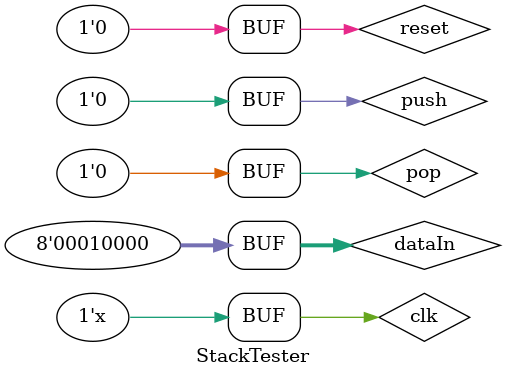
<source format=v>
`timescale 1ns / 1ps


module StackTester();
        reg clk = 0,push=0,pop=0;
        reg [7:0] dataIn;
        reg reset = 0;
        wire [7:0] dataOut, stackSize;
        
        Stack s (dataOut, stackSize, dataIn, push, pop, reset, clk);
        always #10 clk = ~clk;
        initial
        begin
            #0 dataIn = 8'h12;
               push = 1;
            #20 push = 0;
            
            #20 dataIn = 8'h23;
               push = 1;
            #20 push = 0;
        
            #20 dataIn = 8'h34;
               push = 1;
            #20 push = 0;
            
            #20 dataIn = 8'h45;
               push = 1;
            #20 push = 0;
            
            #20 pop = 1;
            #100 pop = 0;
            
            #20 dataIn = 8'h10;
               push = 1;
            #20 push = 0;
            
            #20 pop = 1;
            #20 pop = 0;   
            
            #20 reset = 1;
            #20 reset = 0;
            
            #20 pop = 1;
            #20 pop = 0;   
        end
endmodule

</source>
